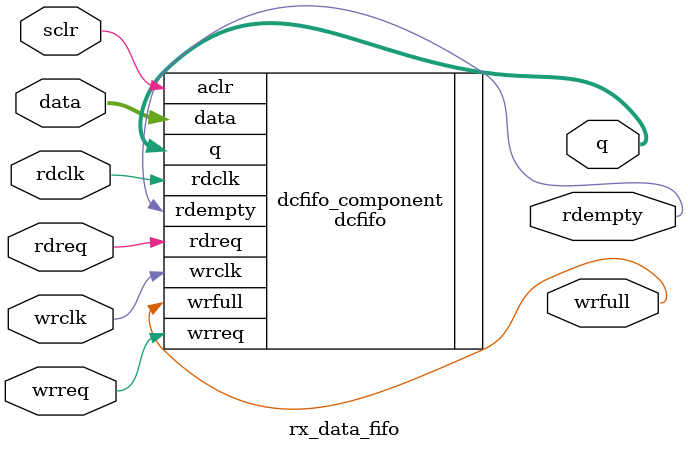
<source format=v>

`timescale 1 ps / 1 ps
// synopsys translate_on
module rx_data_fifo (
    input              sclr,
    input [15:0]       data,
    input              rdclk,
    input              rdreq,
    input              wrclk,
    input              wrreq,
    output wire [15:0] q,
    output wire        rdempty,
    output wire        wrfull);

   parameter DEPTH = 16;
   
`ifndef ALTERA_RESERVED_QIS
// synopsys translate_off
`endif
	tri0	  aclr;
`ifndef ALTERA_RESERVED_QIS
// synopsys translate_on
`endif

   dcfifo dcfifo_component(.wrclk (wrclk),
			   .rdreq (rdreq),
			   .aclr (sclr),
			   .rdclk (rdclk),
			   .wrreq (wrreq),
			   .data (data),
			   .rdempty (rdempty),
			   .wrfull (wrfull),
			   .q (q)
			   // synopsys translate_off
			   ,
			   .rdfull (),
			   .rdusedw (),
			   .wrempty (),
			   .wrusedw ()
			   // synopsys translate_on
			   );
   defparam dcfifo_component.add_usedw_msb_bit = "ON",
	    dcfifo_component.intended_device_family = "Cyclone II",
	    dcfifo_component.lpm_hint = "RAM_BLOCK_TYPE=M4K",
	    dcfifo_component.lpm_numwords = DEPTH,
	    dcfifo_component.lpm_showahead = "ON",
	    dcfifo_component.lpm_type = "dcfifo",
	    dcfifo_component.lpm_width = 16,
	    dcfifo_component.lpm_widthu = 9,
	    dcfifo_component.overflow_checking = "ON",
	    dcfifo_component.rdsync_delaypipe = 4,
	    dcfifo_component.underflow_checking = "ON",
	    dcfifo_component.use_eab = "ON",
	    dcfifo_component.write_aclr_synch = "ON",
	    dcfifo_component.wrsync_delaypipe = 4;
endmodule

</source>
